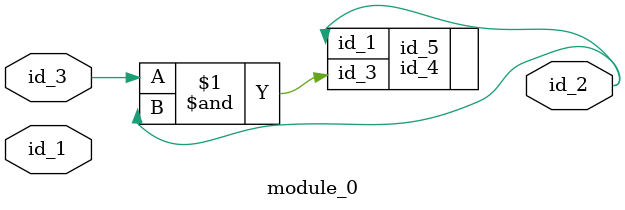
<source format=v>
module module_0 (
    id_1,
    id_2,
    id_3
);
  input id_3;
  output id_2;
  input id_1;
  id_4 id_5 (
      .id_1(id_3),
      .id_1(id_2),
      .id_3(id_3 & id_2),
      .id_1(id_2)
  );
endmodule

</source>
